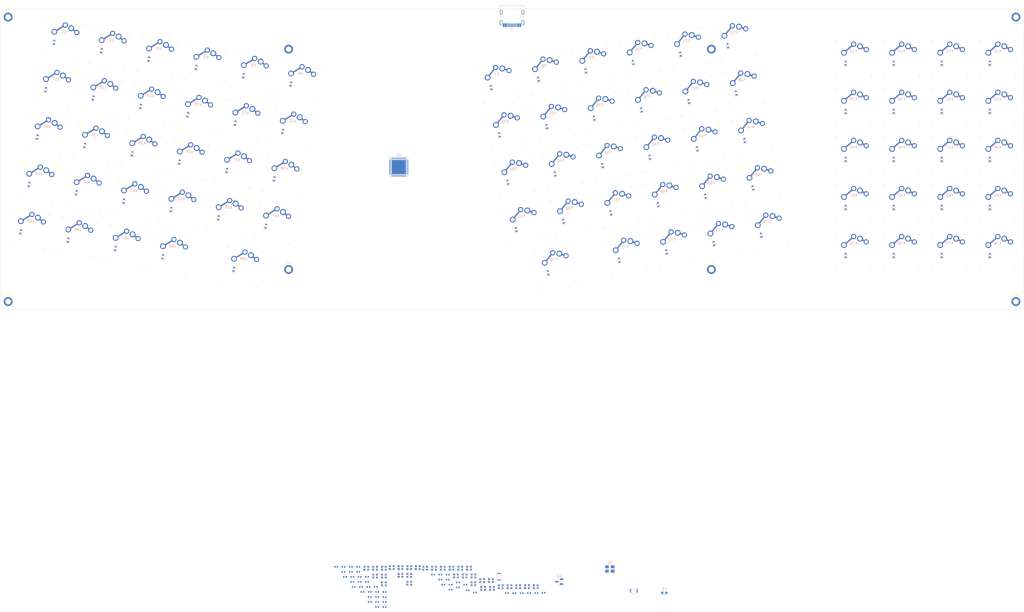
<source format=kicad_pcb>
(kicad_pcb (version 20211014) (generator pcbnew)
  (layers (0 "F.Cu" signal) (31 "B.Cu" signal) (34 "B.Paste" user) (35 "F.Paste" user) (36 "B.SilkS" user "B.Silkscreen") (37 "F.SilkS" user "F.Silkscreen") (38 "B.Mask" user) (39 "F.Mask" user) (44 "Edge.Cuts" user))
  (net 0 "")
  (net 1 "NRST")
  (net 2 "GND")
  (net 3 "+3V3")
  (net 4 "VBUS")
  (net 5 "OSC+")
  (net 6 "OSC-")
  (net 7 "Net-(CV1-Pad1)")
  (net 8 "row0")
  (net 9 "Net-(D1-Pad2)")
  (net 10 "Net-(D2-Pad2)")
  (net 11 "Net-(D3-Pad2)")
  (net 12 "Net-(D4-Pad2)")
  (net 13 "Net-(D5-Pad2)")
  (net 14 "Net-(D6-Pad2)")
  (net 15 "Net-(D7-Pad2)")
  (net 16 "Net-(D8-Pad2)")
  (net 17 "Net-(D9-Pad2)")
  (net 18 "Net-(D10-Pad2)")
  (net 19 "Net-(D11-Pad2)")
  (net 20 "Net-(D12-Pad2)")
  (net 21 "Net-(D13-Pad2)")
  (net 22 "Net-(D14-Pad2)")
  (net 23 "Net-(D15-Pad2)")
  (net 24 "Net-(D16-Pad2)")
  (net 25 "row1")
  (net 26 "Net-(D17-Pad2)")
  (net 27 "Net-(D18-Pad2)")
  (net 28 "Net-(D19-Pad2)")
  (net 29 "Net-(D20-Pad2)")
  (net 30 "Net-(D21-Pad2)")
  (net 31 "Net-(D22-Pad2)")
  (net 32 "Net-(D23-Pad2)")
  (net 33 "Net-(D24-Pad2)")
  (net 34 "Net-(D25-Pad2)")
  (net 35 "Net-(D26-Pad2)")
  (net 36 "Net-(D27-Pad2)")
  (net 37 "Net-(D28-Pad2)")
  (net 38 "Net-(D29-Pad2)")
  (net 39 "Net-(D30-Pad2)")
  (net 40 "Net-(D31-Pad2)")
  (net 41 "Net-(D32-Pad2)")
  (net 42 "row2")
  (net 43 "Net-(D33-Pad2)")
  (net 44 "Net-(D34-Pad2)")
  (net 45 "Net-(D35-Pad2)")
  (net 46 "Net-(D36-Pad2)")
  (net 47 "Net-(D37-Pad2)")
  (net 48 "Net-(D38-Pad2)")
  (net 49 "Net-(D39-Pad2)")
  (net 50 "Net-(D40-Pad2)")
  (net 51 "Net-(D41-Pad2)")
  (net 52 "Net-(D42-Pad2)")
  (net 53 "Net-(D43-Pad2)")
  (net 54 "Net-(D44-Pad2)")
  (net 55 "Net-(D45-Pad2)")
  (net 56 "Net-(D46-Pad2)")
  (net 57 "Net-(D47-Pad2)")
  (net 58 "Net-(D48-Pad2)")
  (net 59 "row3")
  (net 60 "Net-(D49-Pad2)")
  (net 61 "Net-(D50-Pad2)")
  (net 62 "Net-(D51-Pad2)")
  (net 63 "Net-(D52-Pad2)")
  (net 64 "Net-(D53-Pad2)")
  (net 65 "Net-(D54-Pad2)")
  (net 66 "Net-(D55-Pad2)")
  (net 67 "Net-(D56-Pad2)")
  (net 68 "Net-(D57-Pad2)")
  (net 69 "Net-(D58-Pad2)")
  (net 70 "Net-(D59-Pad2)")
  (net 71 "Net-(D60-Pad2)")
  (net 72 "Net-(D61-Pad2)")
  (net 73 "Net-(D62-Pad2)")
  (net 74 "Net-(D63-Pad2)")
  (net 75 "Net-(D64-Pad2)")
  (net 76 "vUSB")
  (net 77 "D+")
  (net 78 "Net-(J1-PadB5)")
  (net 80 "D-")
  (net 81 "Net-(J1-PadA5)")
  (net 83 "col0")
  (net 84 "col1")
  (net 85 "col2")
  (net 86 "col3")
  (net 87 "col4")
  (net 88 "col5")
  (net 89 "col6")
  (net 90 "col7")
  (net 91 "col8")
  (net 92 "col9")
  (net 93 "colA")
  (net 94 "colB")
  (net 95 "colC")
  (net 96 "colD")
  (net 97 "colE")
  (net 98 "colF")
  (net 99 "LED")
  (net 100 "Net-(LD1-Pad1)")
  (net 101 "Net-(LD2-Pad1)")
  (net 102 "Net-(LD3-Pad1)")
  (net 103 "Net-(LD4-Pad1)")
  (net 104 "Net-(LD5-Pad1)")
  (net 105 "Net-(LD6-Pad1)")
  (net 106 "Net-(LD7-Pad1)")
  (net 107 "Net-(LD8-Pad1)")
  (net 108 "Net-(LD10-Pad3)")
  (net 109 "Net-(LD10-Pad1)")
  (net 110 "Net-(LD11-Pad1)")
  (net 111 "Net-(LD12-Pad1)")
  (net 112 "Net-(LD13-Pad1)")
  (net 113 "Net-(LD14-Pad1)")
  (net 114 "Net-(LD15-Pad1)")
  (net 115 "Net-(LD16-Pad1)")
  (net 116 "Net-(LD17-Pad1)")
  (net 117 "Net-(LD18-Pad1)")
  (net 118 "Net-(LD19-Pad1)")
  (net 119 "Net-(LD20-Pad1)")
  (net 120 "Net-(LD21-Pad1)")
  (net 121 "Net-(LD22-Pad1)")
  (net 122 "Net-(LD23-Pad1)")
  (net 123 "Net-(LD24-Pad1)")
  (net 124 "Net-(LD25-Pad1)")
  (net 125 "Net-(LD26-Pad1)")
  (net 126 "Net-(LD27-Pad1)")
  (net 127 "Net-(LD28-Pad1)")
  (net 128 "Net-(LD29-Pad1)")
  (net 129 "Net-(LD30-Pad1)")
  (net 130 "Net-(LD31-Pad1)")
  (net 132 "BOOT0")
  (net 133 "Net-(RB1-Pad2)")
  (net 134 "Net-(RB2-Pad1)")
  (net 142 "SCL")
  (net 143 "SDA")
  (net 144 "Net-(D65-Pad2)")
  (net 145 "Net-(D66-Pad2)")
  (net 146 "Net-(D67-Pad2)")
  (net 147 "Net-(D68-Pad2)")
  (net 148 "row4")
  (net 169 "Net-(D69-Pad2)")
  (net 170 "Net-(D70-Pad2)")
  (net 171 "Net-(D71-Pad2)")
  (net 172 "Net-(D72-Pad2)")
  (net 173 "Net-(D73-Pad2)")
  (net 174 "Net-(D74-Pad2)")
  (net 175 "Net-(D75-Pad2)")
  (net 176 "Net-(D76-Pad2)")
  (net 177 "Net-(D77-Pad2)")
  (net 178 "Net-(D78-Pad2)")
  (footprint "EDI:MX-Choc" (layer "F.Cu") (at 140.757628 208.904676 -10)
    (fp_text reference "K67")
    (fp_text value "Keyswitch")
  )
  (footprint "EDI:MX-Choc" (layer "F.Cu") (at 329.838951 156.206577 10)
    (fp_text reference "K25")
    (fp_text value "Keyswitch")
  )
  (footprint "EDI:MX-Choc" (layer "F.Cu") (at 364.052129 130.829994 10)
    (fp_text reference "K11")
    (fp_text value "Keyswitch")
  )
  (footprint "EDI:MX-Choc" (layer "F.Cu") (at 396.044708 202.564348 10)
    (fp_text reference "K74")
    (fp_text value "Keyswitch")
  )
  (footprint "EDI:MX-Choc" (layer "F.Cu") (at 467.915625 192.0875)
    (fp_text reference "K63")
    (fp_text value "Keyswitch")
  )
  (footprint "EDI:MX-Choc" (layer "F.Cu") (at 429.815625 134.9375)
    (fp_text reference "K13")
    (fp_text value "Keyswitch")
  )
  (footprint "EDI:MX-Choc" (layer "F.Cu") (at 429.815625 173.0375)
    (fp_text reference "K45")
    (fp_text value "Keyswitch")
  )
  (footprint "EDI:MX-Choc" (layer "F.Cu") (at 367.360126 149.590583 10)
    (fp_text reference "K27")
    (fp_text value "Keyswitch")
  )
  (footprint "EDI:MX-Choc" (layer "F.Cu") (at 373.976122 187.111757 10)
    (fp_text reference "K59")
    (fp_text value "Keyswitch")
  )
  (footprint "EDI:MX-Choc" (layer "F.Cu") (at 125.305038 186.836091 -10)
    (fp_text reference "K50")
    (fp_text value "Keyswitch")
  )
  (footprint "EDI:MX-Choc" (layer "F.Cu") (at 333.146949 174.967165 10)
    (fp_text reference "K41")
    (fp_text value "Keyswitch")
  )
  (footprint "EDI:MX-Choc" (layer "F.Cu") (at 298.933771 200.343748 10)
    (fp_text reference "K55")
    (fp_text value "Keyswitch")
  )
  (footprint "EDI:MX-Choc" (layer "F.Cu") (at 351.907537 171.659168 10)
    (fp_text reference "K42")
    (fp_text value "Keyswitch")
  )
  (footprint "EDI:MX-Choc" (layer "F.Cu") (at 172.750206 137.170324 -10)
    (fp_text reference "K4")
    (fp_text value "Keyswitch")
  )
  (footprint "MountingHole:MountingHole_2.2mm_M2_ISO7380_Pad" (layer "F.Cu") (at 94.853125 230.98125)
    (fp_text reference "H5")
    (fp_text value "Mount")
  )
  (footprint "EDI:MX-Choc" (layer "F.Cu") (at 121.99704 205.596679 -10)
    (fp_text reference "K66")
    (fp_text value "Keyswitch")
  )
  (footprint "EDI:MX-Choc" (layer "F.Cu") (at 144.065625 190.144089 -10)
    (fp_text reference "K51")
    (fp_text value "Keyswitch")
  )
  (footprint "EDI:MX-Choc" (layer "F.Cu") (at 326.530954 137.445991 10)
    (fp_text reference "K9")
    (fp_text value "Keyswitch")
  )
  (footprint "MountingHole:MountingHole_2.2mm_M2_ISO7380_Pad" (layer "F.Cu") (at 373.459375 130.96875)
    (fp_text reference "H3")
    (fp_text value "Mount")
  )
  (footprint "EDI:MX-Choc" (layer "F.Cu") (at 486.965625 153.9875)
    (fp_text reference "K32")
    (fp_text value "Keyswitch")
  )
  (footprint "EDI:MX-Choc" (layer "F.Cu") (at 314.38636 178.275163 10)
    (fp_text reference "K40")
    (fp_text value "Keyswitch")
  )
  (footprint "EDI:MX-Choc" (layer "F.Cu") (at 467.915625 134.9375)
    (fp_text reference "K15")
    (fp_text value "Keyswitch")
  )
  (footprint "EDI:MX-Choc" (layer "F.Cu") (at 348.599539 152.898579 10)
    (fp_text reference "K26")
    (fp_text value "Keyswitch")
  )
  (footprint "MountingHole:MountingHole_2.2mm_M2_ISO7380_Pad" (layer "F.Cu") (at 373.459375 218.28125)
    (fp_text reference "H7")
    (fp_text value "Mount")
  )
  (footprint "EDI:MX-Choc" (layer "F.Cu") (at 389.428711 165.043172 10)
    (fp_text reference "K44")
    (fp_text value "Keyswitch")
  )
  (footprint "EDI:MX-Choc" (layer "F.Cu") (at 295.625774 181.583161 10)
    (fp_text reference "K39")
    (fp_text value "Keyswitch")
  )
  (footprint "MountingHole:MountingHole_2.2mm_M2_ISO7380_Pad" (layer "F.Cu") (at 205.978125 130.96875)
    (fp_text reference "H2")
    (fp_text value "Mount")
  )
  (footprint "EDI:MX-Choc" (layer "F.Cu") (at 377.28412 205.872345 10)
    (fp_text reference "K73")
    (fp_text value "Keyswitch")
  )
  (footprint "EDI:MX-Choc" (layer "F.Cu") (at 486.965625 211.1375)
    (fp_text reference "K78")
    (fp_text value "Keyswitch")
  )
  (footprint "EDI:MX-Choc" (layer "F.Cu") (at 109.852448 164.767506 -10)
    (fp_text reference "K33")
    (fp_text value "Keyswitch")
  )
  (footprint "EDI:MX-Choc" (layer "F.Cu") (at 187.659097 217.174671 -10)
    (fp_text reference "K69")
    (fp_text value "Keyswitch")
  )
  (footprint "EDI:MX-Choc" (layer "F.Cu") (at 181.586801 196.760084 -10)
    (fp_text reference "K53")
    (fp_text value "Keyswitch")
  )
  (footprint "EDI:MX-Choc" (layer "F.Cu") (at 429.815625 211.1375)
    (fp_text reference "K75")
    (fp_text value "Keyswitch")
  )
  (footprint "EDI:MX-Choc" (layer "F.Cu") (at 448.865625 134.9375)
    (fp_text reference "K14")
    (fp_text value "Keyswitch")
  )
  (footprint "MountingHole:MountingHole_2.2mm_M2_ISO7380_Pad" (layer "F.Cu") (at 494.109375 230.98125)
    (fp_text reference "H8")
    (fp_text value "Mount")
  )
  (footprint "EDI:MX-Choc" (layer "F.Cu") (at 486.965625 192.0875)
    (fp_text reference "K64")
    (fp_text value "Keyswitch")
  )
  (footprint "EDI:MX-Choc" (layer "F.Cu") (at 162.826213 193.452087 -10)
    (fp_text reference "K52")
    (fp_text value "Keyswitch")
  )
  (footprint "EDI:MX-Choc" (layer "F.Cu") (at 382.812716 127.521996 10)
    (fp_text reference "K12")
    (fp_text value "Keyswitch")
  )
  (footprint "EDI:MX-Choc" (layer "F.Cu") (at 311.622063 217.450338 10)
    (fp_text reference "K70")
    (fp_text value "Keyswitch")
  )
  (footprint "EDI:MX-Choc" (layer "F.Cu") (at 358.523531 209.180343 10)
    (fp_text reference "K72")
    (fp_text value "Keyswitch")
  )
  (footprint "EDI:MX-Choc" (layer "F.Cu") (at 188.202796 159.238909 -10)
    (fp_text reference "K21")
    (fp_text value "Keyswitch")
  )
  (footprint "EDI:MX-Choc" (layer "F.Cu") (at 103.236452 202.288681 -10)
    (fp_text reference "K65")
    (fp_text value "Keyswitch")
  )
  (footprint "EDI:MX-Choc" (layer "F.Cu") (at 135.229031 130.554328 -10)
    (fp_text reference "K2")
    (fp_text value "Keyswitch")
  )
  (footprint "EDI:MX-Choc" (layer "F.Cu") (at 200.347388 200.068082 -10)
    (fp_text reference "K54")
    (fp_text value "Keyswitch")
  )
  (footprint "EDI:MX-Choc" (layer "F.Cu") (at 345.29154 134.137993 10)
    (fp_text reference "K10")
    (fp_text value "Keyswitch")
  )
  (footprint "EDI:MX-Choc" (layer "F.Cu") (at 159.518215 212.212674 -10)
    (fp_text reference "K68")
    (fp_text value "Keyswitch")
  )
  (footprint "EDI:MX-Choc" (layer "F.Cu") (at 113.160446 146.006918 -10)
    (fp_text reference "K17")
    (fp_text value "Keyswitch")
  )
  (footprint "EDI:MX-Choc" (layer "F.Cu") (at 392.736709 183.803759 10)
    (fp_text reference "K60")
    (fp_text value "Keyswitch")
  )
  (footprint "EDI:MX-Choc" (layer "F.Cu") (at 150.681621 152.622913 -10)
    (fp_text reference "K19")
    (fp_text value "Keyswitch")
  )
  (footprint "EDI:MX-Choc" (layer "F.Cu") (at 169.442209 155.930911 -10)
    (fp_text reference "K20")
    (fp_text value "Keyswitch")
  )
  (footprint "EDI:MX-Choc" (layer "F.Cu") (at 311.078364 159.514576 10)
    (fp_text reference "K24")
    (fp_text value "Keyswitch")
  )
  (footprint "EDI:MX-Choc" (layer "F.Cu") (at 166.134211 174.691499 -10)
    (fp_text reference "K36")
    (fp_text value "Keyswitch")
  )
  (footprint "EDI:MX-Choc" (layer "F.Cu") (at 448.865625 192.0875)
    (fp_text reference "K62")
    (fp_text value "Keyswitch")
  )
  (footprint "MountingHole:MountingHole_2.2mm_M2_ISO7380_Pad" (layer "F.Cu") (at 205.978125 218.28125)
    (fp_text reference "H6")
    (fp_text value "Mount")
  )
  (footprint "EDI:MX-Choc" (layer "F.Cu") (at 448.865625 211.1375)
    (fp_text reference "K76")
    (fp_text value "Keyswitch")
  )
  (footprint "EDI:MX-Choc" (layer "F.Cu") (at 467.915625 211.1375)
    (fp_text reference "K77")
    (fp_text value "Keyswitch")
  )
  (footprint "EDI:MX-Choc" (layer "F.Cu") (at 184.894799 177.999497 -10)
    (fp_text reference "K37")
    (fp_text value "Keyswitch")
  )
  (footprint "EDI:MX-Choc" (layer "F.Cu") (at 370.668125 168.35117 10)
    (fp_text reference "K43")
    (fp_text value "Keyswitch")
  )
  (footprint "EDI:MX-Choc" (layer "F.Cu") (at 210.271382 143.786319 -10)
    (fp_text reference "K6")
    (fp_text value "Keyswitch")
  )
  (footprint "EDI:MX-Choc" (layer "F.Cu") (at 467.915625 153.9875)
    (fp_text reference "K31")
    (fp_text value "Keyswitch")
  )
  (footprint "EDI:MX-Choc" (layer "F.Cu") (at 128.613035 168.075503 -10)
    (fp_text reference "K34")
    (fp_text value "Keyswitch")
  )
  (footprint "EDI:MX-Choc" (layer "F.Cu") (at 486.965625 173.0375)
    (fp_text reference "K48")
    (fp_text value "Keyswitch")
  )
  (footprint "EDI:MX-Choc" (layer "F.Cu") (at 307.770366 140.753988 10)
    (fp_text reference "K8")
    (fp_text value "Keyswitch")
  )
  (footprint "EDI:MX-Choc" (layer "F.Cu") (at 486.965625 134.9375)
    (fp_text reference "K16")
    (fp_text value "Keyswitch")
  )
  (footprint "MountingHole:MountingHole_2.2mm_M2_ISO7380_Pad" (layer "F.Cu") (at 94.853125 118.26875)
    (fp_text reference "H1")
    (fp_text value "Mount")
  )
  (footprint "MountingHole:MountingHole_2.2mm_M2_ISO7380_Pad" (layer "F.Cu") (at 494.109375 118.26875)
    (fp_text reference "H4")
    (fp_text value "Mount")
  )
  (footprint "EDI:MX-Choc" (layer "F.Cu") (at 467.915625 173.0375)
    (fp_text reference "K47")
    (fp_text value "Keyswitch")
  )
  (footprint "EDI:MX-Choc" (layer "F.Cu") (at 206.963384 162.546907 -10)
    (fp_text reference "K22")
    (fp_text value "Keyswitch")
  )
  (footprint "EDI:MX-Choc" (layer "F.Cu") (at 429.815625 153.9875)
    (fp_text reference "K29")
    (fp_text value "Keyswitch")
  )
  (footprint "EDI:MX-Choc" (layer "F.Cu") (at 131.921033 149.314916 -10)
    (fp_text reference "K18")
    (fp_text value "Keyswitch")
  )
  (footprint "EDI:MX-Choc" (layer "F.Cu") (at 191.510794 140.478321 -10)
    (fp_text reference "K5")
    (fp_text value "Keyswitch")
  )
  (footprint "EDI:MX-Choc" (layer "F.Cu") (at 386.120714 146.282585 10)
    (fp_text reference "K28")
    (fp_text value "Keyswitch")
  )
  (footprint "EDI:MX-Choc" (layer "F.Cu") (at 339.762945 212.48834 10)
    (fp_text reference "K71")
    (fp_text value "Keyswitch")
  )
  (footprint "EDI:MX-Choc" (layer "F.Cu") (at 355.215535 190.419756 10)
    (fp_text reference "K58")
    (fp_text value "Keyswitch")
  )
  (footprint "EDI:MX-Choc" (layer "F.Cu") (at 153.989619 133.862326 -10)
    (fp_text reference "K3")
    (fp_text value "Keyswitch")
  )
  (footprint "EDI:MX-Choc" (layer "F.Cu") (at 429.815625 192.0875)
    (fp_text reference "K61")
    (fp_text value "Keyswitch")
  )
  (footprint "EDI:MX-Choc" (layer "F.Cu") (at 448.865625 153.9875)
    (fp_text reference "K30")
    (fp_text value "Keyswitch")
  )
  (footprint "EDI:MX-Choc" (layer "F.Cu") (at 289.009777 144.061985 10)
    (fp_text reference "K7")
    (fp_text value "Keyswitch")
  )
  (footprint "EDI:MX-Choc" (layer "F.Cu") (at 147.373623 171.383501 -10)
    (fp_text reference "K35")
    (fp_text value "Keyswitch")
  )
  (footprint "EDI:MX-Choc" (layer "F.Cu") (at 317.694359 197.03575 10)
    (fp_text reference "K56")
    (fp_text value "Keyswitch")
  )
  (footprint "EDI:MX-Choc" (layer "F.Cu") (at 106.54445 183.528093 -10)
    (fp_text reference "K49")
    (fp_text value "Keyswitch")
  )
  (footprint "EDI:MX-Choc" (layer "F.Cu") (at 203.655386 181.307494 -10)
    (fp_text reference "K38")
    (fp_text value "Keyswitch")
  )
  (footprint "EDI:MX-Choc" (layer "F.Cu") (at 292.317776 162.822574 10)
    (fp_text reference "K23")
    (fp_text value "Keyswitch")
  )
  (footprint "EDI:MX-Choc" (layer "F.Cu") (at 448.865625 173.0375)
    (fp_text reference "K46")
    (fp_text value "Keyswitch")
  )
  (footprint "EDI:MX-Choc" (layer "F.Cu") (at 336.454946 193.727754 10)
    (fp_text reference "K57")
    (fp_text value "Keyswitch")
  )
  (footprint "EDI:MX-Choc" (layer "F.Cu") (at 116.468443 127.24633 -10)
    (fp_text reference "K1")
    (fp_text value "Keyswitch")
  )
  (footprint "EDI:D_SOD-523" (layer "B.Cu") (at 426.640625 212.725 90)
    (fp_text reference "D75")
    (fp_text value "1N4148W-T4")
  )
  (footprint "EDI:D_SOD-523" (layer "B.Cu") (at 109.758014 147.018967 80)
    (fp_text reference "D17")
    (fp_text value "1N4148W-T4")
  )
  (footprint "EDI:Passive_0402_1005Metric" (layer "B.Cu") (at 230.64375 338.06 180)
    (fp_text reference "LC31" hide)
    (fp_text value "100nF")
  )
  (footprint "EDI:D_SOD-523" (layer "B.Cu") (at 352.364436 192.534471 100)
    (fp_text reference "D58")
    (fp_text value "1N4148W-T4")
  )
  (footprint "EDI:SW_EVPBB4A9B000" (layer "B.Cu") (at 289.35175 339.99525 90)
    (fp_text reference "S2" hide)
    (fp_text value "LDR" hide)
  )
  (footprint "EDI:WS2812B_2020" (layer "B.Cu") (at 296.915 343.955 180)
    (fp_text reference "LD17" hide)
    (fp_text value "WS2812C-2020")
  )
  (footprint "EDI:Passive_0402_1005Metric" (layer "B.Cu") (at 266.1275 339.15 180)
    (fp_text reference "LC2" hide)
    (fp_text value "100nF")
  )
  (footprint "EDI:WS2812B_2020" (layer "B.Cu") (at 257.13125 336.38125 180)
    (fp_text reference "LD22" hide)
    (fp_text value "WS2812C-2020")
  )
  (footprint "Connector_USB:USB_C_Receptacle_HRO_TYPE-C-31-M-12" (layer "B.Cu") (at 294.478125 117.45625)
    (fp_text reference "J1")
    (fp_text value "USB")
  )
  (footprint "EDI:Passive_0402_1005Metric" (layer "B.Cu") (at 233.55375 336.07 180)
    (fp_text reference "LC27" hide)
    (fp_text value "100nF")
  )
  (footprint "EDI:D_SOD-523" (layer "B.Cu") (at 140.663194 191.156138 80)
    (fp_text reference "D51")
    (fp_text value "1N4148W-T4")
  )
  (footprint "EDI:Passive_0402_1005Metric" (layer "B.Cu") (at 243.96375 351.99 180)
    (fp_text reference "RB2" hide)
    (fp_text value "100k")
  )
  (footprint "EDI:D_SOD-523" (layer "B.Cu") (at 483.790625 212.725 90)
    (fp_text reference "D78")
    (fp_text value "1N4148W-T4")
  )
  (footprint "EDI:Passive_0402_1005Metric" (layer "B.Cu") (at 238.14375 346.02 180)
    (fp_text reference "LC20" hide)
    (fp_text value "100nF")
  )
  (footprint "EDI:D_SOD-523" (layer "B.Cu") (at 125.210604 169.087553 80)
    (fp_text reference "D34")
    (fp_text value "1N4148W-T4")
  )
  (footprint "EDI:Passive_0402_1005Metric" (layer "B.Cu") (at 306.95925 346.3285 180)
    (fp_text reference "C1" hide)
    (fp_text value "100nF")
  )
  (footprint "EDI:D_SOD-523" (layer "B.Cu") (at 296.082673 202.458464 100)
    (fp_text reference "D55")
    (fp_text value "1N4148W-T4")
  )
  (footprint "EDI:D_SOD-523" (layer "B.Cu") (at 426.640625 136.525 90)
    (fp_text reference "D13")
    (fp_text value "1N4148W-T4")
  )
  (footprint "EDI:D_SOD-523" (layer "B.Cu") (at 426.640625 174.625 90)
    (fp_text reference "D45")
    (fp_text value "1N4148W-T4")
  )
  (footprint "EDI:D_SOD-523" (layer "B.Cu") (at 326.987853 158.321293 100)
    (fp_text reference "D25")
    (fp_text value "1N4148W-T4")
  )
  (footprint "EDI:WS2812B_2020" (layer "B.Cu") (at 236.74125 336.625 180)
    (fp_text reference "LD1" hide)
    (fp_text value "WS2812C-2020")
  )
  (footprint "EDI:D_SOD-523" (layer "B.Cu") (at 379.961618 129.636711 100)
    (fp_text reference "D12")
    (fp_text value "1N4148W-T4")
  )
  (footprint "EDI:Passive_0402_1005Metric" (layer "B.Cu") (at 237.02375 340.05 180)
    (fp_text reference "C8" hide)
    (fp_text value "10uF")
  )
  (footprint "EDI:Passive_0402_1005Metric" (layer "B.Cu") (at 241.05375 351.99 180)
    (fp_text reference "C2" hide)
    (fp_text value "100nF")
  )
  (footprint "EDI:D_SOD-523" (layer "B.Cu") (at 342.440442 136.252708 100)
    (fp_text reference "D10")
    (fp_text value "1N4148W-T4")
  )
  (footprint "EDI:Passive_0402_1005Metric" (layer "B.Cu") (at 231.76375 344.03 180)
    (fp_text reference "CL1" hide)
    (fp_text value "0.012nF")
  )
  (footprint "EDI:Passive_0402_1005Metric" (layer "B.Cu") (at 227.73375 338.06 180)
    (fp_text reference "LC14" hide)
    (fp_text value "100nF")
  )
  (footprint "EDI:D_SOD-523" (layer "B.Cu") (at 323.679855 139.560705 100)
    (fp_text reference "D9")
    (fp_text value "1N4148W-T4")
  )
  (footprint "EDI:D_SOD-523" (layer "B.Cu") (at 445.690625 155.575 90)
    (fp_text reference "D30")
    (fp_text value "1N4148W-T4")
  )
  (footprint "EDI:Passive_0402_1005Metric" (layer "B.Cu") (at 233.55375 338.06 180)
    (fp_text reference "RB1" hide)
    (fp_text value "100K")
  )
  (footprint "EDI:WS2812B_2020" (layer "B.Cu") (at 270.475 336.605 180)
    (fp_text reference "LD19" hide)
    (fp_text value "WS2812C-2020")
  )
  (footprint "EDI:WS2812B_2020" (layer "B.Cu") (at 283.035 344.605 180)
    (fp_text reference "LD10" hide)
    (fp_text value "WS2812C-2020")
  )
  (footprint "EDI:D_SOD-523" (layer "B.Cu") (at 203.560953 163.558956 80)
    (fp_text reference "D22")
    (fp_text value "1N4148W-T4")
  )
  (footprint "EDI:D_SOD-523" (layer "B.Cu") (at 99.834021 203.30073 80)
    (fp_text reference "D65")
    (fp_text value "1N4148W-T4")
  )
  (footprint "EDI:D_SOD-523" (layer "B.Cu") (at 121.902607 187.84814 80)
    (fp_text reference "D50")
    (fp_text value "1N4148W-T4")
  )
  (footprint "EDI:D_SOD-523" (layer "B.Cu") (at 113.066012 128.258379 80)
    (fp_text reference "D1")
    (fp_text value "1N4148W-T4")
  )
  (footprint "EDI:D_SOD-523" (layer "B.Cu") (at 426.640625 155.66875 90)
    (fp_text reference "D29")
    (fp_text value "1N4148W-T4")
  )
  (footprint "EDI:Passive_0402_1005Metric" (layer "B.Cu") (at 237.58375 344.03 180)
    (fp_text reference "LC4" hide)
    (fp_text value "100nF")
  )
  (footprint "EDI:D_SOD-523" (layer "B.Cu") (at 483.790625 136.525 90)
    (fp_text reference "D16")
    (fp_text value "1N4148W-T4")
  )
  (footprint "EDI:D_SOD-523" (layer "B.Cu") (at 483.790625 193.675 90)
    (fp_text reference "D64")
    (fp_text value "1N4148W-T4")
  )
  (footprint "EDI:D_SOD-523" (layer "B.Cu") (at 349.056439 173.773882 100)
    (fp_text reference "D42")
    (fp_text value "1N4148W-T4")
  )
  (footprint "EDI:Passive_0402_1005Metric" (layer "B.Cu") (at 270.1575 345.12 180)
    (fp_text reference "R2" hide)
    (fp_text value "10k")
  )
  (footprint "EDI:D_SOD-523" (layer "B.Cu") (at 364.509027 151.705297 100)
    (fp_text reference "D27")
    (fp_text value "1N4148W-T4")
  )
  (footprint "EDI:D_SOD-523" (layer "B.Cu") (at 184.256666 218.18672 80)
    (fp_text reference "D69")
    (fp_text value "1N4148W-T4")
  )
  (footprint "EDI:WS2812B_2020" (layer "B.Cu") (at 243.68125 339.725 180)
    (fp_text reference "LD5" hide)
    (fp_text value "WS2812C-2020")
  )
  (footprint "EDI:Passive_0402_1005Metric" (layer "B.Cu") (at 240.49375 344.03 180)
    (fp_text reference "LC21" hide)
    (fp_text value "100nF")
  )
  (footprint "EDI:D_SOD-523" (layer "B.Cu") (at 464.740625 155.575 90)
    (fp_text reference "D31")
    (fp_text value "1N4148W-T4")
  )
  (footprint "EDI:D_SOD-523" (layer "B.Cu") (at 103.142019 184.540143 80)
    (fp_text reference "D49")
    (fp_text value "1N4148W-T4")
  )
  (footprint "EDI:WS2812B_2020" (layer "B.Cu") (at 243.68125 342.825 180)
    (fp_text reference "LD32" hide)
    (fp_text value "WS2812C-2020")
  )
  (footprint "EDI:WS2812B_2020" (layer "B.Cu") (at 250.2825 339.48125 180)
    (fp_text reference "LD15" hide)
    (fp_text value "WS2812C-2020")
  )
  (footprint "EDI:D_SOD-523" (layer "B.Cu") (at 383.269616 148.397299 100)
    (fp_text reference "D28")
    (fp_text value "1N4148W-T4")
  )
  (footprint "EDI:D_SOD-523" (layer "B.Cu") (at 464.740625 174.625 90)
    (fp_text reference "D47")
    (fp_text value "1N4148W-T4")
  )
  (footprint "EDI:D_SOD-523" (layer "B.Cu") (at 308.770965 219.565052 100)
    (fp_text reference "D70")
    (fp_text value "1N4148W-T4")
  )
  (footprint "EDI:WS2812B_2020" (layer "B.Cu") (at 250.2825 336.38125 180)
    (fp_text reference "LD9" hide)
    (fp_text value "WS2812C-2020")
  )
  (footprint "EDI:WS2812B_2020" (layer "B.Cu") (at 275.695 339.705 180)
    (fp_text reference "LD30" hide)
    (fp_text value "WS2812C-2020")
  )
  (footprint "EDI:Passive_0402_1005Metric" (layer "B.Cu") (at 275.9775 343.13 180)
    (fp_text reference "R4" hide)
    (fp_text value "5k1")
  )
  (footprint "EDI:Passive_0402_1005Metric" (layer "B.Cu") (at 231.20375 340.05 180)
    (fp_text reference "C3" hide)
    (fp_text value "100nF")
  )
  (footprint "EDI:Passive_0402_1005Metric" (layer "B.Cu") (at 234.67375 344.03 180)
    (fp_text reference "LC6" hide)
    (fp_text value "100nF")
  )
  (footprint "EDI:Passive_0402_1005Metric" (layer "B.Cu") (at 301.2275 346.5 180)
    (fp_text reference "LC13" hide)
    (fp_text value "100nF")
  )
  (footprint "EDI:D_SOD-523" (layer "B.Cu") (at 181.492367 179.011546 80)
    (fp_text reference "D37")
    (fp_text value "1N4148W-T4")
  )
  (footprint "EDI:WS2812B_2020" (layer "B.Cu") (at 267.005 336.605 180)
    (fp_text reference "LD23" hide)
    (fp_text value "WS2812C-2020")
  )
  (footprint "EDI:Passive_0402_1005Metric" (layer "B.Cu") (at 292.4975 346.5 180)
    (fp_text reference "LC16" hide)
    (fp_text value "100nF")
  )
  (footprint "EDI:D_SOD-523" (layer "B.Cu") (at 292.774676 183.697877 100)
    (fp_text reference "D39")
    (fp_text value "1N4148W-T4")
  )
  (footprint "Package_TO_SOT_SMD:SOT-23" (layer "B.Cu") (at 313.17925 341.9585 180)
    (fp_text reference "U2")
    (fp_text value "LDO-3.3")
  )
  (footprint "EDI:WS2812B_2020" (layer "B.Cu") (at 253.7525 336.38125 180)
    (fp_text reference "LD11" hide)
    (fp_text value "WS2812C-2020")
  )
  (footprint "EDI:D_SOD-523" (layer "B.Cu") (at 314.843261 199.150466 100)
    (fp_text reference "D56")
    (fp_text value "1N4148W-T4")
  )
  (footprint "EDI:WS2812B_2020" (layer "B.Cu") (at 253.7525 342.58125 180)
    (fp_text reference "LD14" hide)
    (fp_text value "WS2812C-2020")
  )
  (footprint "EDI:D_SOD-523" (layer "B.Cu") (at 445.690625 193.675 90)
    (fp_text reference "D62")
    (fp_text value "1N4148W-T4")
  )
  (footprint "EDI:Passive_0402_1005Metric" (layer "B.Cu") (at 234.11375 342.04 180)
    (fp_text reference "LC1" hide)
    (fp_text value "100nF")
  )
  (footprint "EDI:D_SOD-523" (layer "B.Cu") (at 361.201031 132.94471 100)
    (fp_text reference "D11")
    (fp_text value "1N4148W-T4")
  )
  (footprint "EDI:Passive_0402_1005Metric" (layer "B.Cu") (at 243.96375 346.02 180)
    (fp_text reference "LC25" hide)
    (fp_text value "100nF")
  )
  (footprint "Crystal:Crystal_SMD_3225-4Pin_3.2x2.5mm" (layer "B.Cu") (at 333.19925 336.9085 180)
    (fp_text reference "Y1")
    (fp_text value "8MHz")
  )
  (footprint "EDI:Passive_0402_1005Metric" (layer "B.Cu") (at 279.8475 346.23 180)
    (fp_text reference "LC15" hide)
    (fp_text value "100nF")
  )
  (footprint "Package_DFN_QFN:QFN-48-1EP_7x7mm_P0.5mm_EP5.6x5.6mm" (layer "B.Cu") (at 249.634375 177.70625 180)
    (fp_text reference "U1")
    (fp_text value "STM32F411CEU6")
  )
  (footprint "EDI:Passive_0402_1005Metric" (layer "B.Cu") (at 270.1575 343.13 180)
    (fp_text reference "LC7" hide)
    (fp_text value "100nF")
  )
  (footprint "EDI:D_SOD-523" (layer "B.Cu") (at 286.158679 146.176701 100)
    (fp_text reference "D7")
    (fp_text value "1N4148W-T4")
  )
  (footprint "EDI:Passive_0402_1005Metric" (layer "B.Cu") (at 269.0375 339.15 180)
    (fp_text reference "LC17" hide)
    (fp_text value "100nF")
  )
  (footprint "EDI:Passive_0402_1005Metric" (layer "B.Cu") (at 224.82375 336.07 180)
    (fp_text reference "LC23" hide)
    (fp_text value "100nF")
  )
  (footprint "EDI:Passive_0402_1005Metric" (layer "B.Cu") (at 269.0375 341.14 180)
    (fp_text reference "C4" hide)
    (fp_text value "100nF")
  )
  (footprint "EDI:Passive_0402_1005Metric" (layer "B.Cu") (at 238.14375 350 180)
    (fp_text reference "CV1" hide)
    (fp_text value "4.7uF")
  )
  (footprint "EDI:WS2812B_2020" (layer "B.Cu") (at 303.855 343.955 180)
    (fp_text reference "LD21" hide)
    (fp_text value "WS2812C-2020")
  )
  (footprint "EDI:WS2812B_2020" (layer "B.Cu") (at 240.21125 336.625 180)
    (fp_text reference "LD31" hide)
    (fp_text value "WS2812C-2020")
  )
  (footprint "EDI:D_SOD-523" (layer "B.Cu") (at 143.971192 172.39555 80)
    (fp_text reference "D35")
    (fp_text value "1N4148W-T4")
  )
  (footprint "EDI:Passive_0402_1005Metric" (layer "B.Cu") (at 241.05375 350 180)
    (fp_text reference "LC26" hide)
    (fp_text value "100nF")
  )
  (footprint "EDI:D_SOD-523" (layer "B.Cu") (at 330.295851 177.08188 100)
    (fp_text reference "D41")
    (fp_text value "1N4148W-T4")
  )
  (footprint "EDI:D_SOD-523" (layer "B.Cu") (at 131.8266 131.566377 80)
    (fp_text reference "D2")
    (fp_text value "1N4148W-T4")
  )
  (footprint "EDI:WS2812B_2020" (layer "B.Cu") (at 277.415 336.605 180)
    (fp_text reference "LD7" hide)
    (fp_text value "WS2812C-2020")
  )
  (footprint "EDI:WS2812B_2020" (layer "B.Cu") (at 263.535 336.605 180)
    (fp_text reference "LD20" hide)
    (fp_text value "WS2812C-2020")
  )
  (footprint "EDI:D_SOD-523" (layer "B.Cu") (at 156.115784 213.224724 80)
    (fp_text reference "D68")
    (fp_text value "1N4148W-T4")
  )
  (footprint "EDI:D_SOD-523" (layer "B.Cu") (at 311.535262 180.389879 100)
    (fp_text reference "D40")
    (fp_text value "1N4148W-T4")
  )
  (footprint "EDI:Passive_0402_1005Metric" (layer "B.Cu") (at 263.2175 339.15 180)
    (fp_text reference "LC22" hide)
    (fp_text value "100nF")
  )
  (footprint "EDI:WS2812B_2020" (layer "B.Cu") (at 286.105 341.505 180)
    (fp_text reference "LD13" hide)
    (fp_text value "WS2812C-2020")
  )
  (footprint "EDI:Passive_0402_1005Metric" (layer "B.Cu") (at 234.11375 340.05 180)
    (fp_text reference "R1" hide)
    (fp_text value "5k1")
  )
  (footprint "EDI:D_SOD-523" (layer "B.Cu") (at 445.690625 136.525 90)
    (fp_text reference "D14")
    (fp_text value "1N4148W-T4")
  )
  (footprint "EDI:D_SOD-523" (layer "B.Cu") (at 147.27919 153.634963 80)
    (fp_text reference "D19")
    (fp_text value "1N4148W-T4")
  )
  (footprint "Fuse:Fuse_0603_1608Metric" (layer "B.Cu") (at 354.79925 346.4085 180)
    (fp_text reference "F1")
    (fp_text value "6v 500ma")
  )
  (footprint "EDI:Passive_0402_1005Metric" (layer "B.Cu") (at 295.4075 346.5 180)
    (fp_text reference "LC30" hide)
    (fp_text value "100nF")
  )
  (footprint "EDI:WS2812B_2020" (layer "B.Cu") (at 246.8125 336.38125 180)
    (fp_text reference "LD16" hide)
    (fp_text value "WS2812C-2020")
  )
  (footprint "EDI:D_SOD-523" (layer "B.Cu") (at 150.587188 134.874375 80)
    (fp_text reference "D3")
    (fp_text value "1N4148W-T4")
  )
  (footprint "EDI:D_SOD-523" (layer "B.Cu") (at 206.868951 144.798368 80)
    (fp_text reference "D6")
    (fp_text value "1N4148W-T4")
  )
  (footprint "EDI:Passive_0402_1005Metric" (layer "B.Cu") (at 273.0675 344.24 180)
    (fp_text reference "LC29" hide)
    (fp_text value "100nF")
  )
  (footprint "EDI:WS2812B_2020" (layer "B.Cu") (at 279.165 339.705 180)
    (fp_text reference "LD26" hide)
    (fp_text value "WS2812C-2020")
  )
  (footprint "EDI:D_SOD-523" (layer "B.Cu") (at 188.108363 141.490371 80)
    (fp_text reference "D5")
    (fp_text value "1N4148W-T4")
  )
  (footprint "EDI:Passive_0402_1005Metric" (layer "B.Cu") (at 237.02375 342.04 180)
    (fp_text reference "C6" hide)
    (fp_text value "4.7uF")
  )
  (footprint "EDI:D_SOD-523" (layer "B.Cu") (at 374.433022 207.98706 100)
    (fp_text reference "D73")
    (fp_text value "1N4148W-T4")
  )
  (footprint "EDI:D_SOD-523" (layer "B.Cu") (at 345.748441 155.013296 100)
    (fp_text reference "D26")
    (fp_text value "1N4148W-T4")
  )
  (footprint "EDI:D_SOD-523" (layer "B.Cu") (at 483.790625 174.625 90)
    (fp_text reference "D48")
    (fp_text value "1N4148W-T4")
  )
  (footprint "EDI:Passive_0402_1005Metric" (layer "B.Cu") (at 230.64375 336.07 180)
    (fp_text reference "LC10" hide)
    (fp_text value "100nF")
  )
  (footprint "EDI:D_SOD-523" (layer "B.Cu") (at 118.594609 206.608728 80)
    (fp_text reference "D66")
    (fp_text value "1N4148W-T4")
  )
  (footprint "EDI:WS2812B_2020" (layer "B.Cu") (at 279.165 342.805 180)
    (fp_text reference "LD6" hide)
    (fp_text value "WS2812C-2020")
  )
  (footprint "EDI:D_SOD-523" (layer "B.Cu") (at 159.423782 194.464136 80)
    (fp_text reference "D52")
    (fp_text value "1N4148W-T4")
  )
  (footprint "EDI:WS2812B_2020" (layer "B.Cu") (at 289.975 343.955 180)
    (fp_text reference "LD8" hide)
    (fp_text value "WS2812C-2020")
  )
  (footprint "EDI:D_SOD-523" (layer "B.Cu") (at 393.193609 204.679062 100)
    (fp_text reference "D74")
    (fp_text value "1N4148W-T4")
  )
  (footprint "EDI:D_SOD-523" (layer "B.Cu") (at 371.125024 189.226473 100)
    (fp_text reference "D59")
    (fp_text value "1N4148W-T4")
  )
  (footprint "EDI:Passive_0402_1005Metric" (layer "B.Cu") (at 243.96375 348.01 180)
    (fp_text reference "C7" hide)
    (fp_text value "100nF")
  )
  (footprint "EDI:Passive_0402_1005Metric" (layer "B.Cu") (at 227.73375 336.07 180)
    (fp_text reference "R3" hide)
    (fp_text value "5k1")
  )
  (footprint "EDI:D_SOD-523" (layer "B.Cu") (at 166.039778 156.942961 80)
    (fp_text reference "D20")
    (fp_text value "1N4148W-T4")
  )
  (footprint "EDI:Passive_0402_1005Metric" (layer "B.Cu") (at 243.96375 350 180)
    (fp_text reference "LC9" hide)
    (fp_text value "100nF")
  )
  (footprint "EDI:D_SOD-523" (layer "B.Cu") (at 178.18437 197.772134 80)
    (fp_text reference "D53")
    (fp_text value "1N4148W-T4")
  )
  (footprint "EDI:D_SOD-523" (layer "B.Cu") (at 445.690625 174.625 90)
    (fp_text reference "D46")
    (fp_text value "1N4148W-T4")
  )
  (footprint "EDI:D_SOD-523" (layer "B.Cu") (at 464.740625 136.525 90)
    (fp_text reference "D15")
    (fp_text value "1N4148W-T4")
  )
  (footprint "EDI:SW_EVPBB4A9B000" (layer "B.Cu") (at 342.73925 345.5485 180)
    (fp_text reference "S1" hide)
    (fp_text value "RESET" hide)
  )
  (footprint "EDI:WS2812B_2020" (layer "B.Cu") (at 253.7525 339.48125 180)
    (fp_text reference "LD24" hide)
    (fp_text value "WS2812C-2020")
  )
  (footprint "EDI:Passive_0402_1005Metric" (layer "B.Cu") (at 235.23375 346.02 180)
    (fp_text reference "CL2" hide)
    (fp_text value "0.012nF")
  )
  (footprint "EDI:WS2812B_2020" (layer "B.Cu") (at 272.225 339.705 180)
    (fp_text reference "LD25" hide)
    (fp_text value "WS2812C-2020")
  )
  (footprint "EDI:Passive_0402_1005Metric" (layer "B.Cu") (at 267.2475 343.13 180)
    (fp_text reference "LC32" hide)
    (fp_text value "100nF")
  )
  (footprint "EDI:WS2812B_2020" (layer "B.Cu") (at 243.68125 336.625 180)
    (fp_text reference "LD12" hide)
    (fp_text value "WS2812C-2020")
  )
  (footprint "EDI:D_SOD-523" (layer "B.Cu") (at 389.885611 185.918476 100)
    (fp_text reference "D60")
    (fp_text value "1N4148W-T4")
  )
  (footprint "EDI:D_SOD-523" (layer "B.Cu") (at 106.450017 165.779555 80)
    (fp_text reference "D33")
    (fp_text value "1N4148W-T4")
  )
  (footprint "EDI:Passive_0402_1005Metric" (layer "B.Cu") (at 304.1375 346.5 180)
    (fp_text reference "LC5" hide)
    (fp_text value "100nF")
  )
  (footprint "EDI:D_SOD-523" (layer "B.Cu") (at 426.640625 193.675 90)
    (fp_text reference "D61")
    (fp_text value "1N4148W-T4")
  )
  (footprint "EDI:Passive_0402_1005Metric" (layer "B.Cu") (at 266.1275 341.14 180)
    (fp_text reference "LC12" hide)
    (fp_text value "100nF")
  )
  (footprint "EDI:D_SOD-523" (layer "B.Cu") (at 386.577614 167.157888 100)
    (fp_text reference "D44")
    (fp_text value "1N4148W-T4")
  )
  (footprint "EDI:D_SOD-523" (layer "B.Cu") (at 483.790625 155.575 90)
    (fp_text reference "D32")
    (fp_text value "1N4148W-T4")
  )
  (footprint "EDI:Passive_0402_1005Metric" (layer "B.Cu") (at 273.0675 342.25 180)
    (fp_text reference "LC11" hide)
    (fp_text value "100nF")
  )
  (footprint "EDI:D_SOD-523" (layer "B.Cu") (at 367.817025 170.465886 100)
    (fp_text reference "D43")
    (fp_text value "1N4148W-T4")
  )
  (footprint "EDI:WS2812B_2020" (layer "B.Cu") (at 260.065 336.605 180)
    (fp_text reference "LD4" hide)
    (fp_text value "WS2812C-2020")
  )
  (footprint "EDI:WS2812B_2020" (layer "B.Cu") (at 273.945 336.605 180)
    (fp_text reference "LD29" hide)
    (fp_text value "WS2812C-2020")
  )
  (footprint "EDI:D_SOD-523" (layer "B.Cu") (at 137.355196 209.916726 80)
    (fp_text reference "D67")
    (fp_text value "1N4148W-T4")
  )
  (footprint "EDI:D_SOD-523" (layer "B.Cu") (at 184.800365 160.250958 80)
    (fp_text reference "D21")
    (fp_text value "1N4148W-T4")
  )
  (footprint "EDI:WS2812B_2020" (layer "B.Cu") (at 300.385 343.955 180)
    (fp_text reference "LD2" hide)
    (fp_text value "WS2812C-2020")
  )
  (footprint "EDI:D_SOD-523" (layer "B.Cu") (at 162.73178 175.703548 80)
    (fp_text reference "D36")
    (fp_text value "1N4148W-T4")
  )
  (footprint "EDI:D_SOD-523" (layer "B.Cu") (at 333.603848 195.842468 100)
    (fp_text reference "D57")
    (fp_text value "1N4148W-T4")
  )
  (footprint "EDI:WS2812B_2020" (layer "B.Cu") (at 282.635 341.505 180)
    (fp_text reference "LD27" hide)
    (fp_text value "WS2812C-2020")
  )
  (footprint "EDI:D_SOD-523" (layer "B.Cu") (at 355.672434 211.295059 100)
    (fp_text reference "D72")
    (fp_text value "1N4148W-T4")
  )
  (footprint "EDI:D_SOD-523" (layer "B.Cu") (at 464.740625 193.675 90)
    (fp_text reference "D63")
    (fp_text value "1N4148W-T4")
  )
  (footprint "EDI:D_SOD-523" (layer "B.Cu") (at 196.944957 201.080132 80)
    (fp_text reference "D54")
    (fp_text value "1N4148W-T4")
  )
  (footprint "EDI:D_SOD-523" (layer "B.Cu") (at 308.227266 161.629291 100)
    (fp_text reference "D24")
    (fp_text value "1N4148W-T4")
  )
  (footprint "EDI:Passive_0402_1005Metric" (layer "B.Cu") (at 241.05375 346.02 180)
    (fp_text reference "LC18" hide)
    (fp_text value "100nF")
  )
  (footprint "EDI:D_SOD-523" (layer "B.Cu") (at 336.911846 214.603057 100)
    (fp_text reference "D71")
    (fp_text value "1N4148W-T4")
  )
  (footprint "EDI:D_SOD-523" (layer "B.Cu") (at 445.690625 212.725 90)
    (fp_text reference "D76")
    (fp_text value "1N4148W-T4")
  )
  (footprint "EDI:Passive_0402_1005Metric" (layer "B.Cu") (at 241.05375 348.01 180)
    (fp_text reference "LC3" hide)
    (fp_text value "100nF")
  )
  (footprint "EDI:D_SOD-523" (layer "B.Cu") (at 128.518602 150.326965 80)
    (fp_text reference "D18")
    (fp_text value "1N4148W-T4")
  )
  (footprint "EDI:D_SOD-523" (layer "B.Cu") (at 200.252955 182.319544 80)
    (fp_text reference "D38")
    (fp_text value "1N4148W-T4")
  )
  (footprint "EDI:Passive_0402_1005Metric" (layer "B.Cu") (at 231.20375 342.04 180)
    (fp_text reference "LC28" hide)
    (fp_text value "100nF")
  )
  (footprint "EDI:D_SOD-523" (layer "B.Cu") (at 304.919268 142.868703 100)
    (fp_text reference "D8")
    (fp_text value "1N4148W-T4")
  )
  (footprint "EDI:D_SOD-523" (layer "B.Cu") (at 289.466677 164.937288 100)
    (fp_text reference "D23")
    (fp_text value "1N4148W-T4")
  )
  (footprint "EDI:WS2812B_2020" (layer "B.Cu") (at 293.445 343.955 180)
    (fp_text reference "LD18" hide)
    (fp_text value "WS2812C-2020")
  )
  (footprint "EDI:Passive_0402_1005Metric" (layer "B.Cu") (at 298.3175 346.5 180)
    (fp_text reference "LC8" hide)
    (fp_text value "100nF")
  )
  (footprint "EDI:Passive_0402_1005Metric" (layer "B.Cu") (at 238.14375 348.01 180)
    (fp_text reference "LC24" hide)
    (fp_text value "100nF")
  )
  (footprint "EDI:Passive_0402_1005Metric" (layer "B.Cu") (at 228.29375 340.05 180)
    (fp_text reference "LC19" hide)
    (fp_text value "100nF")
  )
  (footprint "EDI:Passive_0402_1005Metric" (layer "B.Cu") (at 276.9375 345.35 180)
    (fp_text reference "C5" hide)
    (fp_text value "100nF")
  )
  (footprint "EDI:D_SOD-523" (layer "B.Cu") (at 169.347775 138.182373 80)
    (fp_text reference "D4")
    (fp_text value "1N4148W-T4")
  )
  (footprint "EDI:D_SOD-523" (layer "B.Cu") (at 464.740625 212.725 90)
    (fp_text reference "D77")
    (fp_text value "1N4148W-T4")
  )
  (footprint "EDI:WS2812B_2020" (layer "B.Cu") (at 286.505 344.605 180)
    (fp_text reference "LD28" hide)
    (fp_text value "WS2812C-2020")
  )
  (footprint "EDI:WS2812B_2020" (layer "B.Cu") (at 240.21125 339.725 180)
    (fp_text reference "LD3" hide)
    (fp_text value "WS2812C-2020")
  )
  (gr_arc (start 94.853125 234.15625) (mid 92.608061 233.226314) (end 91.678125 230.98125) (layer "Edge.Cuts") (width 0.1))
  (gr_arc (start 494.109375 115.09375) (mid 496.354439 116.023686) (end 497.284375 118.26875) (layer "Edge.Cuts") (width 0.1))
  (gr_line (start 94.853125 234.15625) (end 494.109375 234.15625) (layer "Edge.Cuts") (width 0.1))
  (gr_line (start 497.284374 230.981253) (end 497.284375 118.26875) (layer "Edge.Cuts") (width 0.1))
  (gr_line (start 91.678125 118.26875) (end 91.678125 230.98125) (layer "Edge.Cuts") (width 0.1))
  (gr_line (start 494.109375 115.09375) (end 94.853125 115.09375) (layer "Edge.Cuts") (width 0.1))
  (gr_arc (start 91.678125 118.26875) (mid 92.608061 116.023686) (end 94.853125 115.09375) (layer "Edge.Cuts") (width 0.1))
  (gr_arc (start 497.284374 230.981253) (mid 496.354438 233.226315) (end 494.109375 234.15625) (layer "Edge.Cuts") (width 0.1))
)
</source>
